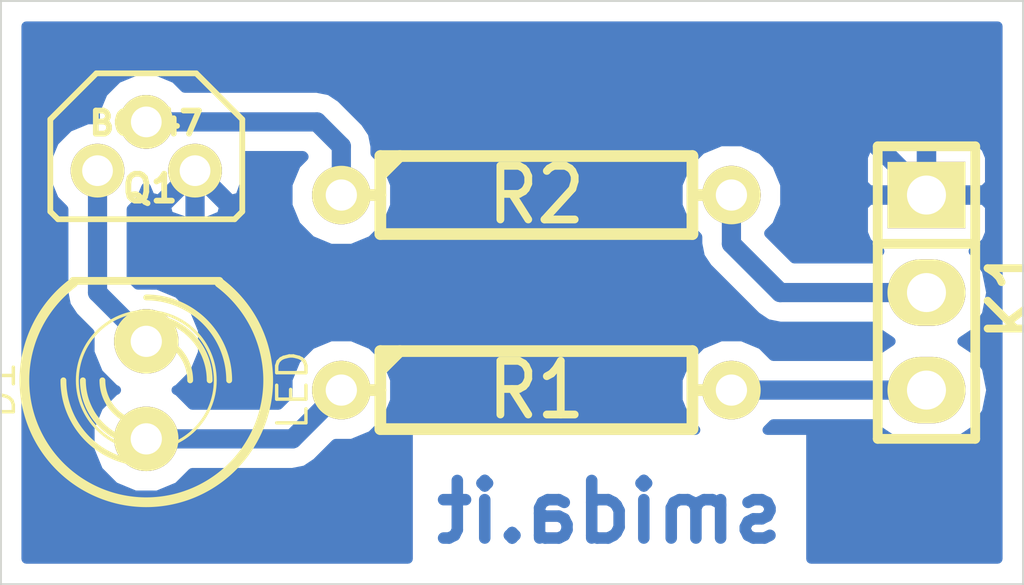
<source format=kicad_pcb>
(kicad_pcb (version 3) (host pcbnew "(2014-02-28 BZR 4729)-product")

  (general
    (links 6)
    (no_connects 0)
    (area 138.657693 99.009999 167.904886 114.350001)
    (thickness 1.6)
    (drawings 7)
    (tracks 17)
    (zones 0)
    (modules 5)
    (nets 7)
  )

  (page A4)
  (title_block
    (title "GPIO Led Spy")
    (date "02 Mar 2014")
    (rev 1.0)
    (company www.smida.it)
    (comment 1 "Andi Shyti")
  )

  (layers
    (15 F.Cu signal hide)
    (0 B.Cu signal)
    (16 B.Adhes user hide)
    (17 F.Adhes user hide)
    (18 B.Paste user)
    (19 F.Paste user hide)
    (20 B.SilkS user hide)
    (21 F.SilkS user)
    (22 B.Mask user)
    (23 F.Mask user)
    (24 Dwgs.User user hide)
    (25 Cmts.User user hide)
    (26 Eco1.User user hide)
    (27 Eco2.User user hide)
    (28 Edge.Cuts user hide)
  )

  (setup
    (last_trace_width 0.254)
    (user_trace_width 0.5)
    (trace_clearance 0.254)
    (zone_clearance 0.508)
    (zone_45_only no)
    (trace_min 0.254)
    (segment_width 0.2)
    (edge_width 0.1)
    (via_size 0.889)
    (via_drill 0.635)
    (via_min_size 0.889)
    (via_min_drill 0.508)
    (uvia_size 0.508)
    (uvia_drill 0.127)
    (uvias_allowed no)
    (uvia_min_size 0.508)
    (uvia_min_drill 0.127)
    (pcb_text_width 0.3)
    (pcb_text_size 1.5 1.5)
    (mod_edge_width 0.15)
    (mod_text_size 1 1)
    (mod_text_width 0.15)
    (pad_size 1.5 1.5)
    (pad_drill 0.6)
    (pad_to_mask_clearance 0)
    (aux_axis_origin 0 0)
    (visible_elements FFFFFB1F)
    (pcbplotparams
      (layerselection 6291457)
      (usegerberextensions false)
      (excludeedgelayer true)
      (linewidth 0.150000)
      (plotframeref false)
      (viasonmask false)
      (mode 1)
      (useauxorigin false)
      (hpglpennumber 1)
      (hpglpenspeed 20)
      (hpglpendiameter 15)
      (hpglpenoverlay 2)
      (psnegative false)
      (psa4output false)
      (plotreference true)
      (plotvalue true)
      (plotothertext true)
      (plotinvisibletext false)
      (padsonsilk false)
      (subtractmaskfromsilk false)
      (outputformat 4)
      (mirror false)
      (drillshape 0)
      (scaleselection 1)
      (outputdirectory ""))
  )

  (net 0 "")
  (net 1 GND)
  (net 2 "Net-(D1-Pad1)")
  (net 3 "Net-(D1-Pad2)")
  (net 4 "Net-(K1-Pad2)")
  (net 5 "Net-(K1-Pad3)")
  (net 6 "Net-(Q1-Pad2)")

  (net_class Default "This is the default net class."
    (clearance 0.254)
    (trace_width 0.254)
    (via_dia 0.889)
    (via_drill 0.635)
    (uvia_dia 0.508)
    (uvia_drill 0.127)
    (add_net "")
    (add_net GND)
    (add_net "Net-(D1-Pad1)")
    (add_net "Net-(D1-Pad2)")
    (add_net "Net-(K1-Pad2)")
    (add_net "Net-(K1-Pad3)")
    (add_net "Net-(Q1-Pad2)")
  )

  (module LEDs:LED-5MM (layer F.Cu) (tedit 531143E7) (tstamp 53114403)
    (at 143.51 109.22 90)
    (descr "LED 5mm - Lead pitch 100mil (2,54mm)")
    (tags "LED led 5mm 5MM 100mil 2,54mm")
    (path /53110A0F)
    (fp_text reference D1 (at 0 -3.81 90) (layer F.SilkS)
      (effects (font (size 0.762 0.762) (thickness 0.0889)))
    )
    (fp_text value LED (at 0 3.81 90) (layer F.SilkS)
      (effects (font (size 0.762 0.762) (thickness 0.0889)))
    )
    (fp_line (start 2.8448 1.905) (end 2.8448 -1.905) (layer F.SilkS) (width 0.2032))
    (fp_circle (center 0.254 0) (end -1.016 1.27) (layer F.SilkS) (width 0.0762))
    (fp_arc (start 0.254 0) (end 2.794 1.905) (angle 286.2) (layer F.SilkS) (width 0.254))
    (fp_arc (start 0.254 0) (end -0.889 0) (angle 90) (layer F.SilkS) (width 0.1524))
    (fp_arc (start 0.254 0) (end 1.397 0) (angle 90) (layer F.SilkS) (width 0.1524))
    (fp_arc (start 0.254 0) (end -1.397 0) (angle 90) (layer F.SilkS) (width 0.1524))
    (fp_arc (start 0.254 0) (end 1.905 0) (angle 90) (layer F.SilkS) (width 0.1524))
    (fp_arc (start 0.254 0) (end -1.905 0) (angle 90) (layer F.SilkS) (width 0.1524))
    (fp_arc (start 0.254 0) (end 2.413 0) (angle 90) (layer F.SilkS) (width 0.1524))
    (pad 1 thru_hole circle (at -1.27 0 90) (size 1.6764 1.6764) (drill 0.8128) (layers *.Cu *.Mask F.SilkS)
      (net 2 "Net-(D1-Pad1)"))
    (pad 2 thru_hole circle (at 1.27 0 90) (size 1.6764 1.6764) (drill 0.8128) (layers *.Cu *.Mask F.SilkS)
      (net 3 "Net-(D1-Pad2)"))
    (model discret/leds/led5_vertical_verde.wrl
      (at (xyz 0 0 0))
      (scale (xyz 1 1 1))
      (rotate (xyz 0 0 0))
    )
  )

  (module Pin_Headers:Pin_Header_Straight_1x03 (layer F.Cu) (tedit 531143E6) (tstamp 53114411)
    (at 163.83 106.68 270)
    (descr "1 pin")
    (tags "CONN DEV")
    (path /53110A37)
    (fp_text reference K1 (at 0 -2.286 270) (layer F.SilkS)
      (effects (font (size 1.27 1.27) (thickness 0.2032)))
    )
    (fp_text value CONN_3 (at 0 0 270) (layer F.SilkS) hide
      (effects (font (size 1.27 1.27) (thickness 0.2032)))
    )
    (fp_line (start -1.27 1.27) (end 3.81 1.27) (layer F.SilkS) (width 0.254))
    (fp_line (start 3.81 1.27) (end 3.81 -1.27) (layer F.SilkS) (width 0.254))
    (fp_line (start 3.81 -1.27) (end -1.27 -1.27) (layer F.SilkS) (width 0.254))
    (fp_line (start -3.81 -1.27) (end -1.27 -1.27) (layer F.SilkS) (width 0.254))
    (fp_line (start -1.27 -1.27) (end -1.27 1.27) (layer F.SilkS) (width 0.254))
    (fp_line (start -3.81 -1.27) (end -3.81 1.27) (layer F.SilkS) (width 0.254))
    (fp_line (start -3.81 1.27) (end -1.27 1.27) (layer F.SilkS) (width 0.254))
    (pad 1 thru_hole rect (at -2.54 0 270) (size 1.7272 2.032) (drill 1.016) (layers *.Cu *.Mask F.SilkS)
      (net 1 GND))
    (pad 2 thru_hole oval (at 0 0 270) (size 1.7272 2.032) (drill 1.016) (layers *.Cu *.Mask F.SilkS)
      (net 4 "Net-(K1-Pad2)"))
    (pad 3 thru_hole oval (at 2.54 0 270) (size 1.7272 2.032) (drill 1.016) (layers *.Cu *.Mask F.SilkS)
      (net 5 "Net-(K1-Pad3)"))
    (model Pin_Headers/Pin_Header_Straight_1x03.wrl
      (at (xyz 0 0 0))
      (scale (xyz 1 1 1))
      (rotate (xyz 0 0 0))
    )
  )

  (module Discret:TO92PN (layer F.Cu) (tedit 531143E8) (tstamp 53114420)
    (at 143.51 102.87 180)
    (path /53110A23)
    (fp_text reference Q1 (at -0.1 -1.1 180) (layer F.SilkS)
      (effects (font (size 0.7 0.7) (thickness 0.15)))
    )
    (fp_text value BC547 (at 0 0.6 180) (layer F.SilkS)
      (effects (font (size 0.6 0.6) (thickness 0.15)))
    )
    (fp_line (start 1.3 1.9) (end -1.3 1.9) (layer F.SilkS) (width 0.15))
    (fp_line (start -2.5 -1.7) (end -2.3 -1.9) (layer F.SilkS) (width 0.15))
    (fp_line (start -2.3 -1.9) (end 2.3 -1.9) (layer F.SilkS) (width 0.15))
    (fp_line (start 2.3 -1.9) (end 2.5 -1.7) (layer F.SilkS) (width 0.15))
    (fp_line (start 2.5 -1.7) (end 2.5 0.7) (layer F.SilkS) (width 0.15))
    (fp_line (start 2.5 0.7) (end 1.3 1.9) (layer F.SilkS) (width 0.15))
    (fp_line (start -1.3 1.9) (end -2.5 0.7) (layer F.SilkS) (width 0.15))
    (fp_line (start -2.5 0.7) (end -2.5 -1.7) (layer F.SilkS) (width 0.15))
    (pad 1 thru_hole circle (at 1.27 -0.635 180) (size 1.4 1.4) (drill 0.8) (layers *.Cu *.Mask F.SilkS)
      (net 3 "Net-(D1-Pad2)"))
    (pad 2 thru_hole circle (at 0 0.635 180) (size 1.4 1.4) (drill 0.8) (layers *.Cu *.Mask F.SilkS)
      (net 6 "Net-(Q1-Pad2)"))
    (pad 3 thru_hole circle (at -1.27 -0.635 180) (size 1.4 1.4) (drill 0.8) (layers *.Cu *.Mask F.SilkS)
      (net 1 GND))
    (model to-xxx-packages/to92.wrl
      (at (xyz 0 0 0))
      (scale (xyz 1 1 1))
      (rotate (xyz 0 0 0))
    )
  )

  (module Discret:R4 (layer F.Cu) (tedit 531143E8) (tstamp 5311442E)
    (at 153.67 109.22)
    (descr "Resitance 4 pas")
    (tags R)
    (path /531109F0)
    (autoplace_cost180 10)
    (fp_text reference R1 (at 0 0) (layer F.SilkS)
      (effects (font (size 1.397 1.27) (thickness 0.2032)))
    )
    (fp_text value 560 (at 0 0) (layer F.SilkS) hide
      (effects (font (size 1.397 1.27) (thickness 0.2032)))
    )
    (fp_line (start -5.08 0) (end -4.064 0) (layer F.SilkS) (width 0.3048))
    (fp_line (start -4.064 0) (end -4.064 -1.016) (layer F.SilkS) (width 0.3048))
    (fp_line (start -4.064 -1.016) (end 4.064 -1.016) (layer F.SilkS) (width 0.3048))
    (fp_line (start 4.064 -1.016) (end 4.064 1.016) (layer F.SilkS) (width 0.3048))
    (fp_line (start 4.064 1.016) (end -4.064 1.016) (layer F.SilkS) (width 0.3048))
    (fp_line (start -4.064 1.016) (end -4.064 0) (layer F.SilkS) (width 0.3048))
    (fp_line (start -4.064 -0.508) (end -3.556 -1.016) (layer F.SilkS) (width 0.3048))
    (fp_line (start 5.08 0) (end 4.064 0) (layer F.SilkS) (width 0.3048))
    (pad 1 thru_hole circle (at -5.08 0) (size 1.524 1.524) (drill 0.8128) (layers *.Cu *.Mask F.SilkS)
      (net 2 "Net-(D1-Pad1)"))
    (pad 2 thru_hole circle (at 5.08 0) (size 1.524 1.524) (drill 0.8128) (layers *.Cu *.Mask F.SilkS)
      (net 5 "Net-(K1-Pad3)"))
    (model discret/resistor.wrl
      (at (xyz 0 0 0))
      (scale (xyz 0.4 0.4 0.4))
      (rotate (xyz 0 0 0))
    )
  )

  (module Discret:R4 (layer F.Cu) (tedit 531143E8) (tstamp 5311443C)
    (at 153.67 104.14)
    (descr "Resitance 4 pas")
    (tags R)
    (path /53110A02)
    (autoplace_cost180 10)
    (fp_text reference R2 (at 0 0) (layer F.SilkS)
      (effects (font (size 1.397 1.27) (thickness 0.2032)))
    )
    (fp_text value 2.2k (at 0 0) (layer F.SilkS) hide
      (effects (font (size 1.397 1.27) (thickness 0.2032)))
    )
    (fp_line (start -5.08 0) (end -4.064 0) (layer F.SilkS) (width 0.3048))
    (fp_line (start -4.064 0) (end -4.064 -1.016) (layer F.SilkS) (width 0.3048))
    (fp_line (start -4.064 -1.016) (end 4.064 -1.016) (layer F.SilkS) (width 0.3048))
    (fp_line (start 4.064 -1.016) (end 4.064 1.016) (layer F.SilkS) (width 0.3048))
    (fp_line (start 4.064 1.016) (end -4.064 1.016) (layer F.SilkS) (width 0.3048))
    (fp_line (start -4.064 1.016) (end -4.064 0) (layer F.SilkS) (width 0.3048))
    (fp_line (start -4.064 -0.508) (end -3.556 -1.016) (layer F.SilkS) (width 0.3048))
    (fp_line (start 5.08 0) (end 4.064 0) (layer F.SilkS) (width 0.3048))
    (pad 1 thru_hole circle (at -5.08 0) (size 1.524 1.524) (drill 0.8128) (layers *.Cu *.Mask F.SilkS)
      (net 6 "Net-(Q1-Pad2)"))
    (pad 2 thru_hole circle (at 5.08 0) (size 1.524 1.524) (drill 0.8128) (layers *.Cu *.Mask F.SilkS)
      (net 4 "Net-(K1-Pad2)"))
    (model discret/resistor.wrl
      (at (xyz 0 0 0))
      (scale (xyz 0.4 0.4 0.4))
      (rotate (xyz 0 0 0))
    )
  )

  (gr_text smida.it (at 155.575 112.395) (layer B.Mask)
    (effects (font (size 1.5 1.5) (thickness 0.3)) (justify mirror))
  )
  (gr_text smida.it (at 155.575 112.395) (layer F.Mask)
    (effects (font (size 1.5 1.5) (thickness 0.3)) (justify mirror))
  )
  (gr_text smida.it (at 155.575 112.395) (layer B.Cu)
    (effects (font (size 1.5 1.5) (thickness 0.3)) (justify mirror))
  )
  (gr_line (start 139.7 99.06) (end 166.37 99.06) (angle 90) (layer Edge.Cuts) (width 0.1))
  (gr_line (start 139.7 114.3) (end 139.7 99.06) (angle 90) (layer Edge.Cuts) (width 0.1))
  (gr_line (start 166.37 114.3) (end 139.7 114.3) (angle 90) (layer Edge.Cuts) (width 0.1))
  (gr_line (start 166.37 99.06) (end 166.37 114.3) (angle 90) (layer Edge.Cuts) (width 0.1))

  (segment (start 144.78 103.505) (end 144.78 105.41) (width 0.5) (layer B.Cu) (net 1))
  (segment (start 161.29 101.6) (end 163.83 104.14) (width 0.5) (layer B.Cu) (net 1) (tstamp 531146C6))
  (segment (start 156.21 101.6) (end 161.29 101.6) (width 0.5) (layer B.Cu) (net 1) (tstamp 531146C3))
  (segment (start 151.13 106.68) (end 156.21 101.6) (width 0.5) (layer B.Cu) (net 1) (tstamp 531146C0))
  (segment (start 146.05 106.68) (end 151.13 106.68) (width 0.5) (layer B.Cu) (net 1) (tstamp 531146BC))
  (segment (start 144.78 105.41) (end 146.05 106.68) (width 0.5) (layer B.Cu) (net 1) (tstamp 531146BB))
  (segment (start 143.51 110.49) (end 147.32 110.49) (width 0.5) (layer B.Cu) (net 2))
  (segment (start 147.32 110.49) (end 148.59 109.22) (width 0.5) (layer B.Cu) (net 2) (tstamp 53114639))
  (segment (start 142.24 103.505) (end 142.24 106.68) (width 0.5) (layer B.Cu) (net 3))
  (segment (start 142.24 106.68) (end 143.51 107.95) (width 0.5) (layer B.Cu) (net 3) (tstamp 53114636))
  (segment (start 158.75 104.14) (end 158.75 105.41) (width 0.5) (layer B.Cu) (net 4))
  (segment (start 160.02 106.68) (end 163.83 106.68) (width 0.5) (layer B.Cu) (net 4) (tstamp 5311462F))
  (segment (start 158.75 105.41) (end 160.02 106.68) (width 0.5) (layer B.Cu) (net 4) (tstamp 5311462E))
  (segment (start 158.75 109.22) (end 163.83 109.22) (width 0.5) (layer B.Cu) (net 5))
  (segment (start 148.59 104.14) (end 148.59 102.87) (width 0.5) (layer B.Cu) (net 6))
  (segment (start 147.955 102.235) (end 143.51 102.235) (width 0.5) (layer B.Cu) (net 6) (tstamp 53114633))
  (segment (start 148.59 102.87) (end 147.955 102.235) (width 0.5) (layer B.Cu) (net 6) (tstamp 53114632))

  (zone (net 1) (net_name GND) (layer B.Cu) (tstamp 53114A57) (hatch edge 0.508)
    (connect_pads (clearance 0.508))
    (min_thickness 0.254)
    (fill (arc_segments 16) (thermal_gap 0.508) (thermal_bridge_width 0.508))
    (polygon
      (pts
        (xy 166.37 114.3) (xy 139.7 114.3) (xy 139.7 99.06) (xy 166.37 99.06)
      )
    )
    (filled_polygon
      (pts
        (xy 165.685 113.615) (xy 160.824287 113.615) (xy 160.824287 110.26) (xy 159.685566 110.26) (xy 159.840837 110.105)
        (xy 162.468874 110.105) (xy 162.585585 110.27967) (xy 163.071766 110.604526) (xy 163.645255 110.7186) (xy 164.014745 110.7186)
        (xy 164.588234 110.604526) (xy 165.074415 110.27967) (xy 165.399271 109.793489) (xy 165.513345 109.22) (xy 165.399271 108.646511)
        (xy 165.074415 108.16033) (xy 164.759634 107.95) (xy 165.074415 107.73967) (xy 165.399271 107.253489) (xy 165.513345 106.68)
        (xy 165.399271 106.106511) (xy 165.074415 105.62033) (xy 165.05222 105.6055) (xy 165.205699 105.541927) (xy 165.384327 105.363298)
        (xy 165.481 105.129909) (xy 165.481 104.42575) (xy 165.481 103.85425) (xy 165.481 103.150091) (xy 165.384327 102.916702)
        (xy 165.205699 102.738073) (xy 164.97231 102.6414) (xy 164.719691 102.6414) (xy 164.11575 102.6414) (xy 163.957 102.80015)
        (xy 163.957 104.013) (xy 165.32225 104.013) (xy 165.481 103.85425) (xy 165.481 104.42575) (xy 165.32225 104.267)
        (xy 163.957 104.267) (xy 163.957 104.287) (xy 163.703 104.287) (xy 163.703 104.267) (xy 163.703 104.013)
        (xy 163.703 102.80015) (xy 163.54425 102.6414) (xy 162.940309 102.6414) (xy 162.68769 102.6414) (xy 162.454301 102.738073)
        (xy 162.275673 102.916702) (xy 162.179 103.150091) (xy 162.179 103.85425) (xy 162.33775 104.013) (xy 163.703 104.013)
        (xy 163.703 104.267) (xy 162.33775 104.267) (xy 162.179 104.42575) (xy 162.179 105.129909) (xy 162.275673 105.363298)
        (xy 162.454301 105.541927) (xy 162.607779 105.6055) (xy 162.585585 105.62033) (xy 162.468874 105.795) (xy 160.386579 105.795)
        (xy 159.72861 105.13703) (xy 159.933629 104.93237) (xy 160.146757 104.4191) (xy 160.147242 103.863339) (xy 159.93501 103.349697)
        (xy 159.54237 102.956371) (xy 159.0291 102.743243) (xy 158.473339 102.742758) (xy 157.959697 102.95499) (xy 157.566371 103.34763)
        (xy 157.353243 103.8609) (xy 157.352758 104.416661) (xy 157.56499 104.930303) (xy 157.865 105.230837) (xy 157.865 105.409994)
        (xy 157.864999 105.41) (xy 157.921189 105.692484) (xy 157.932367 105.748675) (xy 158.12421 106.03579) (xy 159.394207 107.305786)
        (xy 159.39421 107.30579) (xy 159.681325 107.497633) (xy 160.02 107.565001) (xy 160.02 107.565) (xy 160.020005 107.565)
        (xy 162.468874 107.565) (xy 162.585585 107.73967) (xy 162.900365 107.95) (xy 162.585585 108.16033) (xy 162.468874 108.335)
        (xy 159.840478 108.335) (xy 159.54237 108.036371) (xy 159.0291 107.823243) (xy 158.473339 107.822758) (xy 157.959697 108.03499)
        (xy 157.566371 108.42763) (xy 157.353243 108.9409) (xy 157.352758 109.496661) (xy 157.56499 110.010303) (xy 157.814251 110.26)
        (xy 150.325714 110.26) (xy 150.325714 113.615) (xy 149.987242 113.615) (xy 149.987242 108.943339) (xy 149.77501 108.429697)
        (xy 149.38237 108.036371) (xy 148.8691 107.823243) (xy 148.313339 107.822758) (xy 147.799697 108.03499) (xy 147.406371 108.42763)
        (xy 147.193243 108.9409) (xy 147.192872 109.365547) (xy 146.95342 109.605) (xy 145.535669 109.605) (xy 145.535669 104.440275)
        (xy 144.78 103.684605) (xy 144.024331 104.440275) (xy 144.086169 104.676042) (xy 144.587122 104.852419) (xy 145.11744 104.823664)
        (xy 145.473831 104.676042) (xy 145.535669 104.440275) (xy 145.535669 109.605) (xy 144.708147 109.605) (xy 144.345591 109.24181)
        (xy 144.293608 109.220224) (xy 144.343411 109.199647) (xy 144.75819 108.785591) (xy 144.982944 108.244323) (xy 144.983455 107.658248)
        (xy 144.759647 107.116589) (xy 144.345591 106.70181) (xy 143.804323 106.477056) (xy 143.288185 106.476605) (xy 143.125 106.31342)
        (xy 143.125 104.507873) (xy 143.371098 104.262204) (xy 143.503315 103.943788) (xy 143.608958 104.198831) (xy 143.844725 104.260669)
        (xy 144.600395 103.505) (xy 144.586252 103.490857) (xy 144.765857 103.311252) (xy 144.78 103.325395) (xy 144.794142 103.311252)
        (xy 144.973747 103.490857) (xy 144.959605 103.505) (xy 145.715275 104.260669) (xy 145.951042 104.198831) (xy 146.127419 103.697878)
        (xy 146.098664 103.16756) (xy 146.078964 103.12) (xy 147.58842 103.12) (xy 147.611389 103.142969) (xy 147.406371 103.34763)
        (xy 147.193243 103.8609) (xy 147.192758 104.416661) (xy 147.40499 104.930303) (xy 147.79763 105.323629) (xy 148.3109 105.536757)
        (xy 148.866661 105.537242) (xy 149.380303 105.32501) (xy 149.773629 104.93237) (xy 149.986757 104.4191) (xy 149.987242 103.863339)
        (xy 149.77501 103.349697) (xy 149.475 103.049162) (xy 149.475 102.870005) (xy 149.475 102.87) (xy 149.475001 102.87)
        (xy 149.407634 102.531326) (xy 149.407633 102.531325) (xy 149.343975 102.436054) (xy 149.21579 102.244211) (xy 149.21579 102.24421)
        (xy 149.215786 102.244207) (xy 148.58079 101.60921) (xy 148.293675 101.417367) (xy 148.237484 101.406189) (xy 147.955 101.349999)
        (xy 147.954994 101.35) (xy 144.512873 101.35) (xy 144.267204 101.103902) (xy 143.776713 100.900232) (xy 143.245617 100.899769)
        (xy 142.754771 101.102582) (xy 142.378902 101.477796) (xy 142.175232 101.968287) (xy 142.175056 102.169942) (xy 141.975617 102.169769)
        (xy 141.484771 102.372582) (xy 141.108902 102.747796) (xy 140.905232 103.238287) (xy 140.904769 103.769383) (xy 141.107582 104.260229)
        (xy 141.355 104.508078) (xy 141.355 106.679994) (xy 141.354999 106.68) (xy 141.411189 106.962484) (xy 141.422367 107.018675)
        (xy 141.61421 107.30579) (xy 142.036992 107.728572) (xy 142.036545 108.241752) (xy 142.260353 108.783411) (xy 142.674409 109.19819)
        (xy 142.726391 109.219775) (xy 142.676589 109.240353) (xy 142.26181 109.654409) (xy 142.037056 110.195677) (xy 142.036545 110.781752)
        (xy 142.260353 111.323411) (xy 142.674409 111.73819) (xy 143.215677 111.962944) (xy 143.801752 111.963455) (xy 144.343411 111.739647)
        (xy 144.708694 111.375) (xy 147.319994 111.375) (xy 147.32 111.375001) (xy 147.32 111.375) (xy 147.602484 111.31881)
        (xy 147.658674 111.307633) (xy 147.658675 111.307633) (xy 147.94579 111.11579) (xy 148.444705 110.616873) (xy 148.866661 110.617242)
        (xy 149.380303 110.40501) (xy 149.773629 110.01237) (xy 149.986757 109.4991) (xy 149.987242 108.943339) (xy 149.987242 113.615)
        (xy 140.385 113.615) (xy 140.385 99.745) (xy 165.685 99.745) (xy 165.685 113.615)
      )
    )
  )
)

</source>
